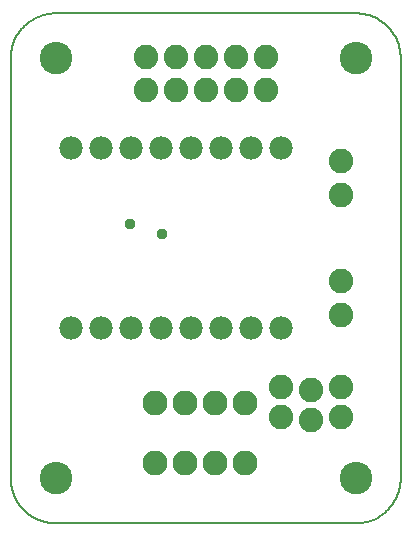
<source format=gts>
G75*
%MOIN*%
%OFA0B0*%
%FSLAX25Y25*%
%IPPOS*%
%LPD*%
%AMOC8*
5,1,8,0,0,1.08239X$1,22.5*
%
%ADD10C,0.00600*%
%ADD11C,0.00000*%
%ADD12C,0.10800*%
%ADD13C,0.07800*%
%ADD14C,0.08280*%
%ADD15C,0.08200*%
%ADD16C,0.03778*%
D10*
X0001300Y0016300D02*
X0001300Y0156300D01*
X0001304Y0156662D01*
X0001318Y0157025D01*
X0001339Y0157387D01*
X0001370Y0157748D01*
X0001409Y0158108D01*
X0001457Y0158467D01*
X0001514Y0158825D01*
X0001579Y0159182D01*
X0001653Y0159537D01*
X0001736Y0159890D01*
X0001827Y0160241D01*
X0001926Y0160589D01*
X0002034Y0160935D01*
X0002150Y0161279D01*
X0002275Y0161619D01*
X0002407Y0161956D01*
X0002548Y0162290D01*
X0002697Y0162621D01*
X0002854Y0162948D01*
X0003018Y0163271D01*
X0003190Y0163590D01*
X0003370Y0163904D01*
X0003558Y0164215D01*
X0003753Y0164520D01*
X0003955Y0164821D01*
X0004165Y0165117D01*
X0004381Y0165407D01*
X0004605Y0165693D01*
X0004835Y0165973D01*
X0005072Y0166247D01*
X0005316Y0166515D01*
X0005566Y0166778D01*
X0005822Y0167034D01*
X0006085Y0167284D01*
X0006353Y0167528D01*
X0006627Y0167765D01*
X0006907Y0167995D01*
X0007193Y0168219D01*
X0007483Y0168435D01*
X0007779Y0168645D01*
X0008080Y0168847D01*
X0008385Y0169042D01*
X0008696Y0169230D01*
X0009010Y0169410D01*
X0009329Y0169582D01*
X0009652Y0169746D01*
X0009979Y0169903D01*
X0010310Y0170052D01*
X0010644Y0170193D01*
X0010981Y0170325D01*
X0011321Y0170450D01*
X0011665Y0170566D01*
X0012011Y0170674D01*
X0012359Y0170773D01*
X0012710Y0170864D01*
X0013063Y0170947D01*
X0013418Y0171021D01*
X0013775Y0171086D01*
X0014133Y0171143D01*
X0014492Y0171191D01*
X0014852Y0171230D01*
X0015213Y0171261D01*
X0015575Y0171282D01*
X0015938Y0171296D01*
X0016300Y0171300D01*
X0116300Y0171300D01*
X0116662Y0171296D01*
X0117025Y0171282D01*
X0117387Y0171261D01*
X0117748Y0171230D01*
X0118108Y0171191D01*
X0118467Y0171143D01*
X0118825Y0171086D01*
X0119182Y0171021D01*
X0119537Y0170947D01*
X0119890Y0170864D01*
X0120241Y0170773D01*
X0120589Y0170674D01*
X0120935Y0170566D01*
X0121279Y0170450D01*
X0121619Y0170325D01*
X0121956Y0170193D01*
X0122290Y0170052D01*
X0122621Y0169903D01*
X0122948Y0169746D01*
X0123271Y0169582D01*
X0123590Y0169410D01*
X0123904Y0169230D01*
X0124215Y0169042D01*
X0124520Y0168847D01*
X0124821Y0168645D01*
X0125117Y0168435D01*
X0125407Y0168219D01*
X0125693Y0167995D01*
X0125973Y0167765D01*
X0126247Y0167528D01*
X0126515Y0167284D01*
X0126778Y0167034D01*
X0127034Y0166778D01*
X0127284Y0166515D01*
X0127528Y0166247D01*
X0127765Y0165973D01*
X0127995Y0165693D01*
X0128219Y0165407D01*
X0128435Y0165117D01*
X0128645Y0164821D01*
X0128847Y0164520D01*
X0129042Y0164215D01*
X0129230Y0163904D01*
X0129410Y0163590D01*
X0129582Y0163271D01*
X0129746Y0162948D01*
X0129903Y0162621D01*
X0130052Y0162290D01*
X0130193Y0161956D01*
X0130325Y0161619D01*
X0130450Y0161279D01*
X0130566Y0160935D01*
X0130674Y0160589D01*
X0130773Y0160241D01*
X0130864Y0159890D01*
X0130947Y0159537D01*
X0131021Y0159182D01*
X0131086Y0158825D01*
X0131143Y0158467D01*
X0131191Y0158108D01*
X0131230Y0157748D01*
X0131261Y0157387D01*
X0131282Y0157025D01*
X0131296Y0156662D01*
X0131300Y0156300D01*
X0131300Y0016300D01*
X0131296Y0015938D01*
X0131282Y0015575D01*
X0131261Y0015213D01*
X0131230Y0014852D01*
X0131191Y0014492D01*
X0131143Y0014133D01*
X0131086Y0013775D01*
X0131021Y0013418D01*
X0130947Y0013063D01*
X0130864Y0012710D01*
X0130773Y0012359D01*
X0130674Y0012011D01*
X0130566Y0011665D01*
X0130450Y0011321D01*
X0130325Y0010981D01*
X0130193Y0010644D01*
X0130052Y0010310D01*
X0129903Y0009979D01*
X0129746Y0009652D01*
X0129582Y0009329D01*
X0129410Y0009010D01*
X0129230Y0008696D01*
X0129042Y0008385D01*
X0128847Y0008080D01*
X0128645Y0007779D01*
X0128435Y0007483D01*
X0128219Y0007193D01*
X0127995Y0006907D01*
X0127765Y0006627D01*
X0127528Y0006353D01*
X0127284Y0006085D01*
X0127034Y0005822D01*
X0126778Y0005566D01*
X0126515Y0005316D01*
X0126247Y0005072D01*
X0125973Y0004835D01*
X0125693Y0004605D01*
X0125407Y0004381D01*
X0125117Y0004165D01*
X0124821Y0003955D01*
X0124520Y0003753D01*
X0124215Y0003558D01*
X0123904Y0003370D01*
X0123590Y0003190D01*
X0123271Y0003018D01*
X0122948Y0002854D01*
X0122621Y0002697D01*
X0122290Y0002548D01*
X0121956Y0002407D01*
X0121619Y0002275D01*
X0121279Y0002150D01*
X0120935Y0002034D01*
X0120589Y0001926D01*
X0120241Y0001827D01*
X0119890Y0001736D01*
X0119537Y0001653D01*
X0119182Y0001579D01*
X0118825Y0001514D01*
X0118467Y0001457D01*
X0118108Y0001409D01*
X0117748Y0001370D01*
X0117387Y0001339D01*
X0117025Y0001318D01*
X0116662Y0001304D01*
X0116300Y0001300D01*
X0016300Y0001300D01*
X0015938Y0001304D01*
X0015575Y0001318D01*
X0015213Y0001339D01*
X0014852Y0001370D01*
X0014492Y0001409D01*
X0014133Y0001457D01*
X0013775Y0001514D01*
X0013418Y0001579D01*
X0013063Y0001653D01*
X0012710Y0001736D01*
X0012359Y0001827D01*
X0012011Y0001926D01*
X0011665Y0002034D01*
X0011321Y0002150D01*
X0010981Y0002275D01*
X0010644Y0002407D01*
X0010310Y0002548D01*
X0009979Y0002697D01*
X0009652Y0002854D01*
X0009329Y0003018D01*
X0009010Y0003190D01*
X0008696Y0003370D01*
X0008385Y0003558D01*
X0008080Y0003753D01*
X0007779Y0003955D01*
X0007483Y0004165D01*
X0007193Y0004381D01*
X0006907Y0004605D01*
X0006627Y0004835D01*
X0006353Y0005072D01*
X0006085Y0005316D01*
X0005822Y0005566D01*
X0005566Y0005822D01*
X0005316Y0006085D01*
X0005072Y0006353D01*
X0004835Y0006627D01*
X0004605Y0006907D01*
X0004381Y0007193D01*
X0004165Y0007483D01*
X0003955Y0007779D01*
X0003753Y0008080D01*
X0003558Y0008385D01*
X0003370Y0008696D01*
X0003190Y0009010D01*
X0003018Y0009329D01*
X0002854Y0009652D01*
X0002697Y0009979D01*
X0002548Y0010310D01*
X0002407Y0010644D01*
X0002275Y0010981D01*
X0002150Y0011321D01*
X0002034Y0011665D01*
X0001926Y0012011D01*
X0001827Y0012359D01*
X0001736Y0012710D01*
X0001653Y0013063D01*
X0001579Y0013418D01*
X0001514Y0013775D01*
X0001457Y0014133D01*
X0001409Y0014492D01*
X0001370Y0014852D01*
X0001339Y0015213D01*
X0001318Y0015575D01*
X0001304Y0015938D01*
X0001300Y0016300D01*
D11*
X0011300Y0016300D02*
X0011302Y0016441D01*
X0011308Y0016582D01*
X0011318Y0016722D01*
X0011332Y0016862D01*
X0011350Y0017002D01*
X0011371Y0017141D01*
X0011397Y0017280D01*
X0011426Y0017418D01*
X0011460Y0017554D01*
X0011497Y0017690D01*
X0011538Y0017825D01*
X0011583Y0017959D01*
X0011632Y0018091D01*
X0011684Y0018222D01*
X0011740Y0018351D01*
X0011800Y0018478D01*
X0011863Y0018604D01*
X0011929Y0018728D01*
X0012000Y0018851D01*
X0012073Y0018971D01*
X0012150Y0019089D01*
X0012230Y0019205D01*
X0012314Y0019318D01*
X0012400Y0019429D01*
X0012490Y0019538D01*
X0012583Y0019644D01*
X0012678Y0019747D01*
X0012777Y0019848D01*
X0012878Y0019946D01*
X0012982Y0020041D01*
X0013089Y0020133D01*
X0013198Y0020222D01*
X0013310Y0020307D01*
X0013424Y0020390D01*
X0013540Y0020470D01*
X0013659Y0020546D01*
X0013780Y0020618D01*
X0013902Y0020688D01*
X0014027Y0020753D01*
X0014153Y0020816D01*
X0014281Y0020874D01*
X0014411Y0020929D01*
X0014542Y0020981D01*
X0014675Y0021028D01*
X0014809Y0021072D01*
X0014944Y0021113D01*
X0015080Y0021149D01*
X0015217Y0021181D01*
X0015355Y0021210D01*
X0015493Y0021235D01*
X0015633Y0021255D01*
X0015773Y0021272D01*
X0015913Y0021285D01*
X0016054Y0021294D01*
X0016194Y0021299D01*
X0016335Y0021300D01*
X0016476Y0021297D01*
X0016617Y0021290D01*
X0016757Y0021279D01*
X0016897Y0021264D01*
X0017037Y0021245D01*
X0017176Y0021223D01*
X0017314Y0021196D01*
X0017452Y0021166D01*
X0017588Y0021131D01*
X0017724Y0021093D01*
X0017858Y0021051D01*
X0017992Y0021005D01*
X0018124Y0020956D01*
X0018254Y0020902D01*
X0018383Y0020845D01*
X0018510Y0020785D01*
X0018636Y0020721D01*
X0018759Y0020653D01*
X0018881Y0020582D01*
X0019001Y0020508D01*
X0019118Y0020430D01*
X0019233Y0020349D01*
X0019346Y0020265D01*
X0019457Y0020178D01*
X0019565Y0020087D01*
X0019670Y0019994D01*
X0019773Y0019897D01*
X0019873Y0019798D01*
X0019970Y0019696D01*
X0020064Y0019591D01*
X0020155Y0019484D01*
X0020243Y0019374D01*
X0020328Y0019262D01*
X0020410Y0019147D01*
X0020489Y0019030D01*
X0020564Y0018911D01*
X0020636Y0018790D01*
X0020704Y0018667D01*
X0020769Y0018542D01*
X0020831Y0018415D01*
X0020888Y0018286D01*
X0020943Y0018156D01*
X0020993Y0018025D01*
X0021040Y0017892D01*
X0021083Y0017758D01*
X0021122Y0017622D01*
X0021157Y0017486D01*
X0021189Y0017349D01*
X0021216Y0017211D01*
X0021240Y0017072D01*
X0021260Y0016932D01*
X0021276Y0016792D01*
X0021288Y0016652D01*
X0021296Y0016511D01*
X0021300Y0016370D01*
X0021300Y0016230D01*
X0021296Y0016089D01*
X0021288Y0015948D01*
X0021276Y0015808D01*
X0021260Y0015668D01*
X0021240Y0015528D01*
X0021216Y0015389D01*
X0021189Y0015251D01*
X0021157Y0015114D01*
X0021122Y0014978D01*
X0021083Y0014842D01*
X0021040Y0014708D01*
X0020993Y0014575D01*
X0020943Y0014444D01*
X0020888Y0014314D01*
X0020831Y0014185D01*
X0020769Y0014058D01*
X0020704Y0013933D01*
X0020636Y0013810D01*
X0020564Y0013689D01*
X0020489Y0013570D01*
X0020410Y0013453D01*
X0020328Y0013338D01*
X0020243Y0013226D01*
X0020155Y0013116D01*
X0020064Y0013009D01*
X0019970Y0012904D01*
X0019873Y0012802D01*
X0019773Y0012703D01*
X0019670Y0012606D01*
X0019565Y0012513D01*
X0019457Y0012422D01*
X0019346Y0012335D01*
X0019233Y0012251D01*
X0019118Y0012170D01*
X0019001Y0012092D01*
X0018881Y0012018D01*
X0018759Y0011947D01*
X0018636Y0011879D01*
X0018510Y0011815D01*
X0018383Y0011755D01*
X0018254Y0011698D01*
X0018124Y0011644D01*
X0017992Y0011595D01*
X0017858Y0011549D01*
X0017724Y0011507D01*
X0017588Y0011469D01*
X0017452Y0011434D01*
X0017314Y0011404D01*
X0017176Y0011377D01*
X0017037Y0011355D01*
X0016897Y0011336D01*
X0016757Y0011321D01*
X0016617Y0011310D01*
X0016476Y0011303D01*
X0016335Y0011300D01*
X0016194Y0011301D01*
X0016054Y0011306D01*
X0015913Y0011315D01*
X0015773Y0011328D01*
X0015633Y0011345D01*
X0015493Y0011365D01*
X0015355Y0011390D01*
X0015217Y0011419D01*
X0015080Y0011451D01*
X0014944Y0011487D01*
X0014809Y0011528D01*
X0014675Y0011572D01*
X0014542Y0011619D01*
X0014411Y0011671D01*
X0014281Y0011726D01*
X0014153Y0011784D01*
X0014027Y0011847D01*
X0013902Y0011912D01*
X0013780Y0011982D01*
X0013659Y0012054D01*
X0013540Y0012130D01*
X0013424Y0012210D01*
X0013310Y0012293D01*
X0013198Y0012378D01*
X0013089Y0012467D01*
X0012982Y0012559D01*
X0012878Y0012654D01*
X0012777Y0012752D01*
X0012678Y0012853D01*
X0012583Y0012956D01*
X0012490Y0013062D01*
X0012400Y0013171D01*
X0012314Y0013282D01*
X0012230Y0013395D01*
X0012150Y0013511D01*
X0012073Y0013629D01*
X0012000Y0013749D01*
X0011929Y0013872D01*
X0011863Y0013996D01*
X0011800Y0014122D01*
X0011740Y0014249D01*
X0011684Y0014378D01*
X0011632Y0014509D01*
X0011583Y0014641D01*
X0011538Y0014775D01*
X0011497Y0014910D01*
X0011460Y0015046D01*
X0011426Y0015182D01*
X0011397Y0015320D01*
X0011371Y0015459D01*
X0011350Y0015598D01*
X0011332Y0015738D01*
X0011318Y0015878D01*
X0011308Y0016018D01*
X0011302Y0016159D01*
X0011300Y0016300D01*
X0111300Y0016300D02*
X0111302Y0016441D01*
X0111308Y0016582D01*
X0111318Y0016722D01*
X0111332Y0016862D01*
X0111350Y0017002D01*
X0111371Y0017141D01*
X0111397Y0017280D01*
X0111426Y0017418D01*
X0111460Y0017554D01*
X0111497Y0017690D01*
X0111538Y0017825D01*
X0111583Y0017959D01*
X0111632Y0018091D01*
X0111684Y0018222D01*
X0111740Y0018351D01*
X0111800Y0018478D01*
X0111863Y0018604D01*
X0111929Y0018728D01*
X0112000Y0018851D01*
X0112073Y0018971D01*
X0112150Y0019089D01*
X0112230Y0019205D01*
X0112314Y0019318D01*
X0112400Y0019429D01*
X0112490Y0019538D01*
X0112583Y0019644D01*
X0112678Y0019747D01*
X0112777Y0019848D01*
X0112878Y0019946D01*
X0112982Y0020041D01*
X0113089Y0020133D01*
X0113198Y0020222D01*
X0113310Y0020307D01*
X0113424Y0020390D01*
X0113540Y0020470D01*
X0113659Y0020546D01*
X0113780Y0020618D01*
X0113902Y0020688D01*
X0114027Y0020753D01*
X0114153Y0020816D01*
X0114281Y0020874D01*
X0114411Y0020929D01*
X0114542Y0020981D01*
X0114675Y0021028D01*
X0114809Y0021072D01*
X0114944Y0021113D01*
X0115080Y0021149D01*
X0115217Y0021181D01*
X0115355Y0021210D01*
X0115493Y0021235D01*
X0115633Y0021255D01*
X0115773Y0021272D01*
X0115913Y0021285D01*
X0116054Y0021294D01*
X0116194Y0021299D01*
X0116335Y0021300D01*
X0116476Y0021297D01*
X0116617Y0021290D01*
X0116757Y0021279D01*
X0116897Y0021264D01*
X0117037Y0021245D01*
X0117176Y0021223D01*
X0117314Y0021196D01*
X0117452Y0021166D01*
X0117588Y0021131D01*
X0117724Y0021093D01*
X0117858Y0021051D01*
X0117992Y0021005D01*
X0118124Y0020956D01*
X0118254Y0020902D01*
X0118383Y0020845D01*
X0118510Y0020785D01*
X0118636Y0020721D01*
X0118759Y0020653D01*
X0118881Y0020582D01*
X0119001Y0020508D01*
X0119118Y0020430D01*
X0119233Y0020349D01*
X0119346Y0020265D01*
X0119457Y0020178D01*
X0119565Y0020087D01*
X0119670Y0019994D01*
X0119773Y0019897D01*
X0119873Y0019798D01*
X0119970Y0019696D01*
X0120064Y0019591D01*
X0120155Y0019484D01*
X0120243Y0019374D01*
X0120328Y0019262D01*
X0120410Y0019147D01*
X0120489Y0019030D01*
X0120564Y0018911D01*
X0120636Y0018790D01*
X0120704Y0018667D01*
X0120769Y0018542D01*
X0120831Y0018415D01*
X0120888Y0018286D01*
X0120943Y0018156D01*
X0120993Y0018025D01*
X0121040Y0017892D01*
X0121083Y0017758D01*
X0121122Y0017622D01*
X0121157Y0017486D01*
X0121189Y0017349D01*
X0121216Y0017211D01*
X0121240Y0017072D01*
X0121260Y0016932D01*
X0121276Y0016792D01*
X0121288Y0016652D01*
X0121296Y0016511D01*
X0121300Y0016370D01*
X0121300Y0016230D01*
X0121296Y0016089D01*
X0121288Y0015948D01*
X0121276Y0015808D01*
X0121260Y0015668D01*
X0121240Y0015528D01*
X0121216Y0015389D01*
X0121189Y0015251D01*
X0121157Y0015114D01*
X0121122Y0014978D01*
X0121083Y0014842D01*
X0121040Y0014708D01*
X0120993Y0014575D01*
X0120943Y0014444D01*
X0120888Y0014314D01*
X0120831Y0014185D01*
X0120769Y0014058D01*
X0120704Y0013933D01*
X0120636Y0013810D01*
X0120564Y0013689D01*
X0120489Y0013570D01*
X0120410Y0013453D01*
X0120328Y0013338D01*
X0120243Y0013226D01*
X0120155Y0013116D01*
X0120064Y0013009D01*
X0119970Y0012904D01*
X0119873Y0012802D01*
X0119773Y0012703D01*
X0119670Y0012606D01*
X0119565Y0012513D01*
X0119457Y0012422D01*
X0119346Y0012335D01*
X0119233Y0012251D01*
X0119118Y0012170D01*
X0119001Y0012092D01*
X0118881Y0012018D01*
X0118759Y0011947D01*
X0118636Y0011879D01*
X0118510Y0011815D01*
X0118383Y0011755D01*
X0118254Y0011698D01*
X0118124Y0011644D01*
X0117992Y0011595D01*
X0117858Y0011549D01*
X0117724Y0011507D01*
X0117588Y0011469D01*
X0117452Y0011434D01*
X0117314Y0011404D01*
X0117176Y0011377D01*
X0117037Y0011355D01*
X0116897Y0011336D01*
X0116757Y0011321D01*
X0116617Y0011310D01*
X0116476Y0011303D01*
X0116335Y0011300D01*
X0116194Y0011301D01*
X0116054Y0011306D01*
X0115913Y0011315D01*
X0115773Y0011328D01*
X0115633Y0011345D01*
X0115493Y0011365D01*
X0115355Y0011390D01*
X0115217Y0011419D01*
X0115080Y0011451D01*
X0114944Y0011487D01*
X0114809Y0011528D01*
X0114675Y0011572D01*
X0114542Y0011619D01*
X0114411Y0011671D01*
X0114281Y0011726D01*
X0114153Y0011784D01*
X0114027Y0011847D01*
X0113902Y0011912D01*
X0113780Y0011982D01*
X0113659Y0012054D01*
X0113540Y0012130D01*
X0113424Y0012210D01*
X0113310Y0012293D01*
X0113198Y0012378D01*
X0113089Y0012467D01*
X0112982Y0012559D01*
X0112878Y0012654D01*
X0112777Y0012752D01*
X0112678Y0012853D01*
X0112583Y0012956D01*
X0112490Y0013062D01*
X0112400Y0013171D01*
X0112314Y0013282D01*
X0112230Y0013395D01*
X0112150Y0013511D01*
X0112073Y0013629D01*
X0112000Y0013749D01*
X0111929Y0013872D01*
X0111863Y0013996D01*
X0111800Y0014122D01*
X0111740Y0014249D01*
X0111684Y0014378D01*
X0111632Y0014509D01*
X0111583Y0014641D01*
X0111538Y0014775D01*
X0111497Y0014910D01*
X0111460Y0015046D01*
X0111426Y0015182D01*
X0111397Y0015320D01*
X0111371Y0015459D01*
X0111350Y0015598D01*
X0111332Y0015738D01*
X0111318Y0015878D01*
X0111308Y0016018D01*
X0111302Y0016159D01*
X0111300Y0016300D01*
X0111300Y0156300D02*
X0111302Y0156441D01*
X0111308Y0156582D01*
X0111318Y0156722D01*
X0111332Y0156862D01*
X0111350Y0157002D01*
X0111371Y0157141D01*
X0111397Y0157280D01*
X0111426Y0157418D01*
X0111460Y0157554D01*
X0111497Y0157690D01*
X0111538Y0157825D01*
X0111583Y0157959D01*
X0111632Y0158091D01*
X0111684Y0158222D01*
X0111740Y0158351D01*
X0111800Y0158478D01*
X0111863Y0158604D01*
X0111929Y0158728D01*
X0112000Y0158851D01*
X0112073Y0158971D01*
X0112150Y0159089D01*
X0112230Y0159205D01*
X0112314Y0159318D01*
X0112400Y0159429D01*
X0112490Y0159538D01*
X0112583Y0159644D01*
X0112678Y0159747D01*
X0112777Y0159848D01*
X0112878Y0159946D01*
X0112982Y0160041D01*
X0113089Y0160133D01*
X0113198Y0160222D01*
X0113310Y0160307D01*
X0113424Y0160390D01*
X0113540Y0160470D01*
X0113659Y0160546D01*
X0113780Y0160618D01*
X0113902Y0160688D01*
X0114027Y0160753D01*
X0114153Y0160816D01*
X0114281Y0160874D01*
X0114411Y0160929D01*
X0114542Y0160981D01*
X0114675Y0161028D01*
X0114809Y0161072D01*
X0114944Y0161113D01*
X0115080Y0161149D01*
X0115217Y0161181D01*
X0115355Y0161210D01*
X0115493Y0161235D01*
X0115633Y0161255D01*
X0115773Y0161272D01*
X0115913Y0161285D01*
X0116054Y0161294D01*
X0116194Y0161299D01*
X0116335Y0161300D01*
X0116476Y0161297D01*
X0116617Y0161290D01*
X0116757Y0161279D01*
X0116897Y0161264D01*
X0117037Y0161245D01*
X0117176Y0161223D01*
X0117314Y0161196D01*
X0117452Y0161166D01*
X0117588Y0161131D01*
X0117724Y0161093D01*
X0117858Y0161051D01*
X0117992Y0161005D01*
X0118124Y0160956D01*
X0118254Y0160902D01*
X0118383Y0160845D01*
X0118510Y0160785D01*
X0118636Y0160721D01*
X0118759Y0160653D01*
X0118881Y0160582D01*
X0119001Y0160508D01*
X0119118Y0160430D01*
X0119233Y0160349D01*
X0119346Y0160265D01*
X0119457Y0160178D01*
X0119565Y0160087D01*
X0119670Y0159994D01*
X0119773Y0159897D01*
X0119873Y0159798D01*
X0119970Y0159696D01*
X0120064Y0159591D01*
X0120155Y0159484D01*
X0120243Y0159374D01*
X0120328Y0159262D01*
X0120410Y0159147D01*
X0120489Y0159030D01*
X0120564Y0158911D01*
X0120636Y0158790D01*
X0120704Y0158667D01*
X0120769Y0158542D01*
X0120831Y0158415D01*
X0120888Y0158286D01*
X0120943Y0158156D01*
X0120993Y0158025D01*
X0121040Y0157892D01*
X0121083Y0157758D01*
X0121122Y0157622D01*
X0121157Y0157486D01*
X0121189Y0157349D01*
X0121216Y0157211D01*
X0121240Y0157072D01*
X0121260Y0156932D01*
X0121276Y0156792D01*
X0121288Y0156652D01*
X0121296Y0156511D01*
X0121300Y0156370D01*
X0121300Y0156230D01*
X0121296Y0156089D01*
X0121288Y0155948D01*
X0121276Y0155808D01*
X0121260Y0155668D01*
X0121240Y0155528D01*
X0121216Y0155389D01*
X0121189Y0155251D01*
X0121157Y0155114D01*
X0121122Y0154978D01*
X0121083Y0154842D01*
X0121040Y0154708D01*
X0120993Y0154575D01*
X0120943Y0154444D01*
X0120888Y0154314D01*
X0120831Y0154185D01*
X0120769Y0154058D01*
X0120704Y0153933D01*
X0120636Y0153810D01*
X0120564Y0153689D01*
X0120489Y0153570D01*
X0120410Y0153453D01*
X0120328Y0153338D01*
X0120243Y0153226D01*
X0120155Y0153116D01*
X0120064Y0153009D01*
X0119970Y0152904D01*
X0119873Y0152802D01*
X0119773Y0152703D01*
X0119670Y0152606D01*
X0119565Y0152513D01*
X0119457Y0152422D01*
X0119346Y0152335D01*
X0119233Y0152251D01*
X0119118Y0152170D01*
X0119001Y0152092D01*
X0118881Y0152018D01*
X0118759Y0151947D01*
X0118636Y0151879D01*
X0118510Y0151815D01*
X0118383Y0151755D01*
X0118254Y0151698D01*
X0118124Y0151644D01*
X0117992Y0151595D01*
X0117858Y0151549D01*
X0117724Y0151507D01*
X0117588Y0151469D01*
X0117452Y0151434D01*
X0117314Y0151404D01*
X0117176Y0151377D01*
X0117037Y0151355D01*
X0116897Y0151336D01*
X0116757Y0151321D01*
X0116617Y0151310D01*
X0116476Y0151303D01*
X0116335Y0151300D01*
X0116194Y0151301D01*
X0116054Y0151306D01*
X0115913Y0151315D01*
X0115773Y0151328D01*
X0115633Y0151345D01*
X0115493Y0151365D01*
X0115355Y0151390D01*
X0115217Y0151419D01*
X0115080Y0151451D01*
X0114944Y0151487D01*
X0114809Y0151528D01*
X0114675Y0151572D01*
X0114542Y0151619D01*
X0114411Y0151671D01*
X0114281Y0151726D01*
X0114153Y0151784D01*
X0114027Y0151847D01*
X0113902Y0151912D01*
X0113780Y0151982D01*
X0113659Y0152054D01*
X0113540Y0152130D01*
X0113424Y0152210D01*
X0113310Y0152293D01*
X0113198Y0152378D01*
X0113089Y0152467D01*
X0112982Y0152559D01*
X0112878Y0152654D01*
X0112777Y0152752D01*
X0112678Y0152853D01*
X0112583Y0152956D01*
X0112490Y0153062D01*
X0112400Y0153171D01*
X0112314Y0153282D01*
X0112230Y0153395D01*
X0112150Y0153511D01*
X0112073Y0153629D01*
X0112000Y0153749D01*
X0111929Y0153872D01*
X0111863Y0153996D01*
X0111800Y0154122D01*
X0111740Y0154249D01*
X0111684Y0154378D01*
X0111632Y0154509D01*
X0111583Y0154641D01*
X0111538Y0154775D01*
X0111497Y0154910D01*
X0111460Y0155046D01*
X0111426Y0155182D01*
X0111397Y0155320D01*
X0111371Y0155459D01*
X0111350Y0155598D01*
X0111332Y0155738D01*
X0111318Y0155878D01*
X0111308Y0156018D01*
X0111302Y0156159D01*
X0111300Y0156300D01*
X0011300Y0156300D02*
X0011302Y0156441D01*
X0011308Y0156582D01*
X0011318Y0156722D01*
X0011332Y0156862D01*
X0011350Y0157002D01*
X0011371Y0157141D01*
X0011397Y0157280D01*
X0011426Y0157418D01*
X0011460Y0157554D01*
X0011497Y0157690D01*
X0011538Y0157825D01*
X0011583Y0157959D01*
X0011632Y0158091D01*
X0011684Y0158222D01*
X0011740Y0158351D01*
X0011800Y0158478D01*
X0011863Y0158604D01*
X0011929Y0158728D01*
X0012000Y0158851D01*
X0012073Y0158971D01*
X0012150Y0159089D01*
X0012230Y0159205D01*
X0012314Y0159318D01*
X0012400Y0159429D01*
X0012490Y0159538D01*
X0012583Y0159644D01*
X0012678Y0159747D01*
X0012777Y0159848D01*
X0012878Y0159946D01*
X0012982Y0160041D01*
X0013089Y0160133D01*
X0013198Y0160222D01*
X0013310Y0160307D01*
X0013424Y0160390D01*
X0013540Y0160470D01*
X0013659Y0160546D01*
X0013780Y0160618D01*
X0013902Y0160688D01*
X0014027Y0160753D01*
X0014153Y0160816D01*
X0014281Y0160874D01*
X0014411Y0160929D01*
X0014542Y0160981D01*
X0014675Y0161028D01*
X0014809Y0161072D01*
X0014944Y0161113D01*
X0015080Y0161149D01*
X0015217Y0161181D01*
X0015355Y0161210D01*
X0015493Y0161235D01*
X0015633Y0161255D01*
X0015773Y0161272D01*
X0015913Y0161285D01*
X0016054Y0161294D01*
X0016194Y0161299D01*
X0016335Y0161300D01*
X0016476Y0161297D01*
X0016617Y0161290D01*
X0016757Y0161279D01*
X0016897Y0161264D01*
X0017037Y0161245D01*
X0017176Y0161223D01*
X0017314Y0161196D01*
X0017452Y0161166D01*
X0017588Y0161131D01*
X0017724Y0161093D01*
X0017858Y0161051D01*
X0017992Y0161005D01*
X0018124Y0160956D01*
X0018254Y0160902D01*
X0018383Y0160845D01*
X0018510Y0160785D01*
X0018636Y0160721D01*
X0018759Y0160653D01*
X0018881Y0160582D01*
X0019001Y0160508D01*
X0019118Y0160430D01*
X0019233Y0160349D01*
X0019346Y0160265D01*
X0019457Y0160178D01*
X0019565Y0160087D01*
X0019670Y0159994D01*
X0019773Y0159897D01*
X0019873Y0159798D01*
X0019970Y0159696D01*
X0020064Y0159591D01*
X0020155Y0159484D01*
X0020243Y0159374D01*
X0020328Y0159262D01*
X0020410Y0159147D01*
X0020489Y0159030D01*
X0020564Y0158911D01*
X0020636Y0158790D01*
X0020704Y0158667D01*
X0020769Y0158542D01*
X0020831Y0158415D01*
X0020888Y0158286D01*
X0020943Y0158156D01*
X0020993Y0158025D01*
X0021040Y0157892D01*
X0021083Y0157758D01*
X0021122Y0157622D01*
X0021157Y0157486D01*
X0021189Y0157349D01*
X0021216Y0157211D01*
X0021240Y0157072D01*
X0021260Y0156932D01*
X0021276Y0156792D01*
X0021288Y0156652D01*
X0021296Y0156511D01*
X0021300Y0156370D01*
X0021300Y0156230D01*
X0021296Y0156089D01*
X0021288Y0155948D01*
X0021276Y0155808D01*
X0021260Y0155668D01*
X0021240Y0155528D01*
X0021216Y0155389D01*
X0021189Y0155251D01*
X0021157Y0155114D01*
X0021122Y0154978D01*
X0021083Y0154842D01*
X0021040Y0154708D01*
X0020993Y0154575D01*
X0020943Y0154444D01*
X0020888Y0154314D01*
X0020831Y0154185D01*
X0020769Y0154058D01*
X0020704Y0153933D01*
X0020636Y0153810D01*
X0020564Y0153689D01*
X0020489Y0153570D01*
X0020410Y0153453D01*
X0020328Y0153338D01*
X0020243Y0153226D01*
X0020155Y0153116D01*
X0020064Y0153009D01*
X0019970Y0152904D01*
X0019873Y0152802D01*
X0019773Y0152703D01*
X0019670Y0152606D01*
X0019565Y0152513D01*
X0019457Y0152422D01*
X0019346Y0152335D01*
X0019233Y0152251D01*
X0019118Y0152170D01*
X0019001Y0152092D01*
X0018881Y0152018D01*
X0018759Y0151947D01*
X0018636Y0151879D01*
X0018510Y0151815D01*
X0018383Y0151755D01*
X0018254Y0151698D01*
X0018124Y0151644D01*
X0017992Y0151595D01*
X0017858Y0151549D01*
X0017724Y0151507D01*
X0017588Y0151469D01*
X0017452Y0151434D01*
X0017314Y0151404D01*
X0017176Y0151377D01*
X0017037Y0151355D01*
X0016897Y0151336D01*
X0016757Y0151321D01*
X0016617Y0151310D01*
X0016476Y0151303D01*
X0016335Y0151300D01*
X0016194Y0151301D01*
X0016054Y0151306D01*
X0015913Y0151315D01*
X0015773Y0151328D01*
X0015633Y0151345D01*
X0015493Y0151365D01*
X0015355Y0151390D01*
X0015217Y0151419D01*
X0015080Y0151451D01*
X0014944Y0151487D01*
X0014809Y0151528D01*
X0014675Y0151572D01*
X0014542Y0151619D01*
X0014411Y0151671D01*
X0014281Y0151726D01*
X0014153Y0151784D01*
X0014027Y0151847D01*
X0013902Y0151912D01*
X0013780Y0151982D01*
X0013659Y0152054D01*
X0013540Y0152130D01*
X0013424Y0152210D01*
X0013310Y0152293D01*
X0013198Y0152378D01*
X0013089Y0152467D01*
X0012982Y0152559D01*
X0012878Y0152654D01*
X0012777Y0152752D01*
X0012678Y0152853D01*
X0012583Y0152956D01*
X0012490Y0153062D01*
X0012400Y0153171D01*
X0012314Y0153282D01*
X0012230Y0153395D01*
X0012150Y0153511D01*
X0012073Y0153629D01*
X0012000Y0153749D01*
X0011929Y0153872D01*
X0011863Y0153996D01*
X0011800Y0154122D01*
X0011740Y0154249D01*
X0011684Y0154378D01*
X0011632Y0154509D01*
X0011583Y0154641D01*
X0011538Y0154775D01*
X0011497Y0154910D01*
X0011460Y0155046D01*
X0011426Y0155182D01*
X0011397Y0155320D01*
X0011371Y0155459D01*
X0011350Y0155598D01*
X0011332Y0155738D01*
X0011318Y0155878D01*
X0011308Y0156018D01*
X0011302Y0156159D01*
X0011300Y0156300D01*
D12*
X0016300Y0156300D03*
X0116300Y0156300D03*
X0116300Y0016300D03*
X0016300Y0016300D03*
D13*
X0021300Y0066300D03*
X0031300Y0066300D03*
X0041300Y0066300D03*
X0051300Y0066300D03*
X0061300Y0066300D03*
X0071300Y0066300D03*
X0081300Y0066300D03*
X0091300Y0066300D03*
X0091300Y0126300D03*
X0081300Y0126300D03*
X0071300Y0126300D03*
X0061300Y0126300D03*
X0051300Y0126300D03*
X0041300Y0126300D03*
X0031300Y0126300D03*
X0021300Y0126300D03*
D14*
X0049300Y0041300D03*
X0059300Y0041300D03*
X0069300Y0041300D03*
X0079300Y0041300D03*
X0079300Y0021300D03*
X0069300Y0021300D03*
X0059300Y0021300D03*
X0049300Y0021300D03*
D15*
X0091300Y0036800D03*
X0091300Y0046800D03*
X0101300Y0045800D03*
X0101300Y0035800D03*
X0111300Y0036800D03*
X0111300Y0046800D03*
X0111300Y0070600D03*
X0111300Y0082000D03*
X0111300Y0110600D03*
X0111300Y0122000D03*
X0086300Y0145800D03*
X0086300Y0156800D03*
X0076300Y0156800D03*
X0076300Y0145800D03*
X0066300Y0145800D03*
X0066300Y0156800D03*
X0056300Y0156800D03*
X0056300Y0145800D03*
X0046300Y0145800D03*
X0046300Y0156800D03*
D16*
X0041200Y0101200D03*
X0051700Y0097600D03*
M02*

</source>
